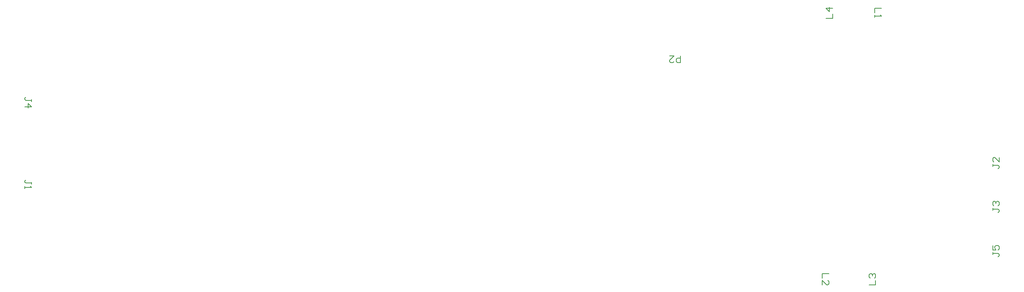
<source format=gbr>
%TF.GenerationSoftware,Altium Limited,Altium Designer,24.3.1 (35)*%
G04 Layer_Color=0*
%FSLAX43Y43*%
%MOMM*%
%TF.SameCoordinates,2EF1D394-34E5-4190-8ABA-250447B0B6E5*%
%TF.FilePolarity,Positive*%
%TF.FileFunction,Other,Top_Designator*%
%TF.Part,Single*%
G01*
G75*
%TA.AperFunction,NonConductor*%
%ADD90C,0.150*%
D90*
X197700Y70100D02*
X196200D01*
Y69100D01*
Y68600D02*
Y68100D01*
Y68350D01*
X197700D01*
X197450Y68600D01*
X185150Y67850D02*
X186650D01*
Y68850D01*
Y70100D02*
X185150D01*
X185900Y69350D01*
Y70350D01*
X222792Y15000D02*
Y14500D01*
Y14750D01*
X224041D01*
X224291Y14500D01*
Y14250D01*
X224041Y14000D01*
X222792Y16499D02*
Y15500D01*
X223541D01*
X223292Y16000D01*
Y16249D01*
X223541Y16499D01*
X224041D01*
X224291Y16249D01*
Y15750D01*
X224041Y15500D01*
X185850Y10175D02*
X184350D01*
Y9175D01*
Y7675D02*
Y8675D01*
X185350Y7675D01*
X185600D01*
X185850Y7925D01*
Y8425D01*
X185600Y8675D01*
X194875Y7675D02*
X196375D01*
Y8675D01*
X195125Y9175D02*
X194875Y9425D01*
Y9925D01*
X195125Y10175D01*
X195375D01*
X195625Y9925D01*
Y9675D01*
Y9925D01*
X195875Y10175D01*
X196125D01*
X196375Y9925D01*
Y9425D01*
X196125Y9175D01*
X5800Y49075D02*
Y49575D01*
Y49325D01*
X4550D01*
X4300Y49575D01*
Y49824D01*
X4550Y50074D01*
X4300Y47825D02*
X5800D01*
X5050Y48575D01*
Y47575D01*
X5825Y30375D02*
Y30875D01*
Y30625D01*
X4575D01*
X4325Y30875D01*
Y31125D01*
X4575Y31374D01*
X4325Y29875D02*
Y29375D01*
Y29625D01*
X5825D01*
X5575Y29875D01*
X152340Y59375D02*
Y57875D01*
X151590D01*
X151340Y58125D01*
Y58625D01*
X151590Y58875D01*
X152340D01*
X149840Y59375D02*
X150840D01*
X149840Y58375D01*
Y58125D01*
X150090Y57875D01*
X150590D01*
X150840Y58125D01*
X222792Y25000D02*
Y24500D01*
Y24750D01*
X224041D01*
X224291Y24500D01*
Y24250D01*
X224041Y24000D01*
X223042Y25500D02*
X222792Y25750D01*
Y26250D01*
X223042Y26500D01*
X223292D01*
X223541Y26250D01*
Y26000D01*
Y26250D01*
X223791Y26500D01*
X224041D01*
X224291Y26250D01*
Y25750D01*
X224041Y25500D01*
X222792Y34925D02*
Y34425D01*
Y34675D01*
X224041D01*
X224291Y34425D01*
Y34175D01*
X224041Y33925D01*
X224291Y36425D02*
Y35425D01*
X223292Y36425D01*
X223042D01*
X222792Y36175D01*
Y35675D01*
X223042Y35425D01*
%TF.MD5,3a8802c76a69e39b1413c2c11c22cc5b*%
M02*

</source>
